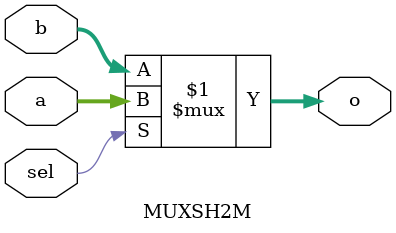
<source format=v>
`timescale 1ns / 1ps
module MUXSH2M(
	input [63:0]a,
	input [63:0]b,
	input sel,
	output [63:0]o
    );

assign o=(sel)?a:b;

endmodule

</source>
